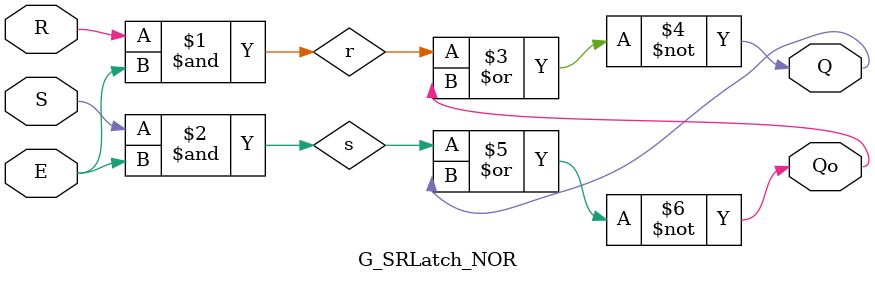
<source format=v>
module G_SRLatch_NOR(Qo, Q, E, R, S);
  input S, R, E;
  output reg Q, Qo;
  wire r , s;
  and a1(r, R, E);
  and a2(s, S, E);
  nor N1(Q, r, Qo);
  nor N2( Qo, s, Q);
endmodule
</source>
